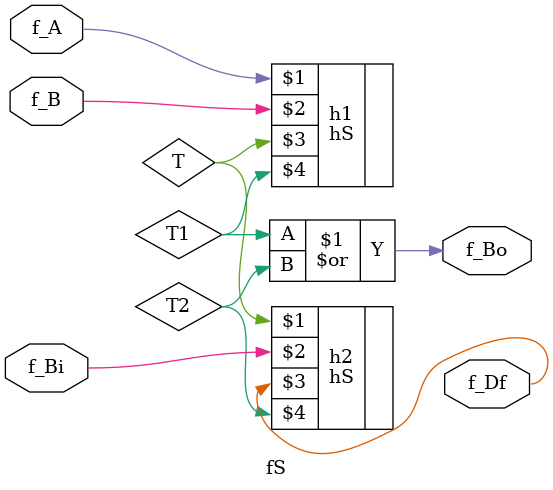
<source format=v>
`timescale 1ns / 1ps


module fS(
    input f_A,
    input f_B,
    input f_Bi,
    output f_Df,
    output f_Bo
    );
    
    wire T, T1, T2;
    hS h1(f_A, f_B, T, T1);
    hS h2(T, f_Bi, f_Df, T2);
    
    assign f_Bo = T1|T2;
endmodule

</source>
